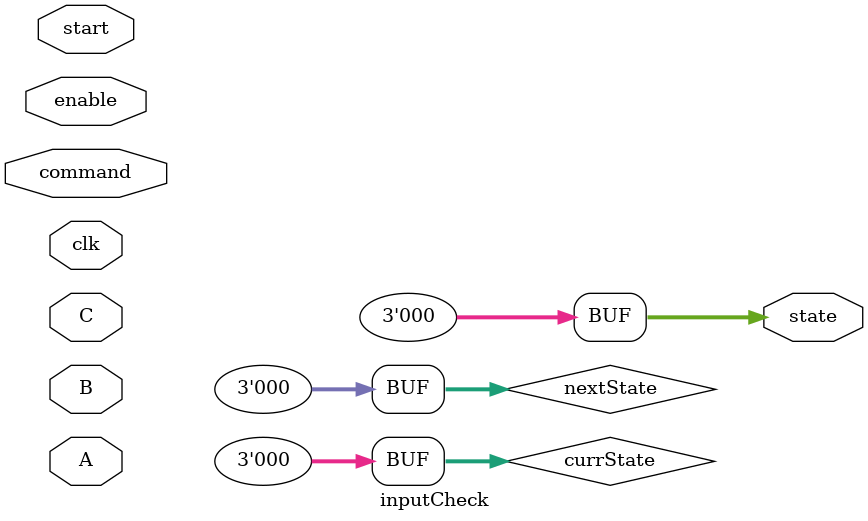
<source format=v>
/*
	-Give each input type its own hot signal
	-Every clock cycle, look through all signals too see if any of them are hot.
	-Assuming that at a single clock cycle only one signal will be hot check too see if it is the correct signal
	-This checking is done in a time window between enable signals
	-Game ends immediately if incorrect command in inputted
*/



module inputCheck (
A,				//key[1]
B,				//key[2]
C,				//key[3]
command,
clk,
enable,
state,
start

);

		input A,B,C;
		input [1:0] command;
		input clk;
		input enable;
		input start;
		output [2:0]state;
		
		reg [2:0]currState,nextState;
		reg right;
		reg wrong;
		assign state = currState;
		
		
		

		

		
		
	always@(*)
	begin		
			case(command)
			2'b00:
			begin
				right <= A&(~B)&(~C);
				wrong <= (~A)&(B|C);
			end
			
			2'b01:
			begin
				right <= B&(~A)&(~C);
				wrong <= (~B)&(A|C);
			end
			
			2'b11:
			begin
				right <= C&(~B)&(~A);
				wrong <= (~C)&(B|A);
			end		
			
			endcase
			
			if (enable)
			begin
			right <= 1'b0;
			wrong <= 1'b0;
			end
			
	end
		
		
	always@(*)
	begin
			case(currState) 
			2'b00: //check state
				begin
					if (wrong == 1'b1)
						nextState = 2'b01;
					else if(~start)
						nextState = 2'b10;
					else if(enable == 1'b1)
						nextState = 2'b01;
					else if (right == 1'b1)
						nextState = 2'b11;
					else if (enable == 1'b0)
						nextState = 2'b00;
					else
						nextState = 2'b00;
				end
			2'b01: //quit state
				if (~start)
					nextState = 2'b10;
				else
					nextState = 2'b01;
									
			2'b10: //start state
			begin
				if (start)
					nextState = 3'b111;
				else
					nextState = 2'b10;
			end
			2'b11:
				begin
					if (enable == 1'b1)
							nextState = 2'b00;
					else if (wrong == 1'b1)
							nextState = 2'b01;
					
					else if (enable == 1'b0)
						nextState = 2'b11;
					else
						nextState = 2'b00;
				end	
				
			3'b101: //check-wait
			begin
			
				if(start)
					nextState = 2'b00;
				else
					nextState = 3'b101;
			
			end
			
			3'b111:  //start-wait
			begin
				if (~start)
					nextState = 3'b101;
				else
					nextState = 3'b111;
			end
			default:
			begin
				currState = 2'b00;
				nextState = 2'b00;
				end
		endcase
	end

	always@(posedge clk)
  
		begin: state_FFs
     
			//if(!resetn)       
			//	currState <= 2'b01; 
 	   
			            
				currState <= nextState;
				
		end 



endmodule

</source>
